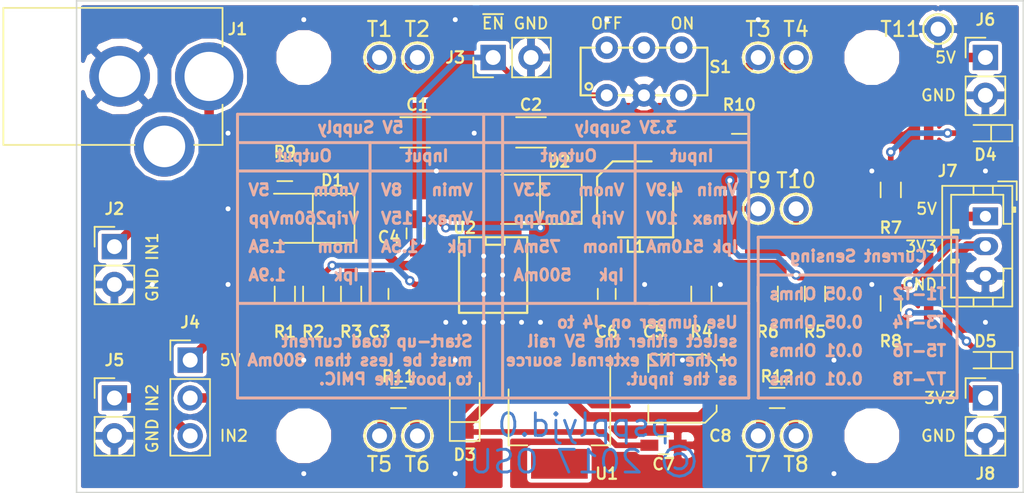
<source format=kicad_pcb>
(kicad_pcb (version 4) (host pcbnew 4.0.6)
  (title_block (title "pspplyjd.0 Board Layout") (date 2017-08-14) (rev 1) (company Tekbots))
  (layers (0 F.Cu signal) (31 B.Cu signal hide) (34 B.Paste user) (35 F.Paste user) (36 B.SilkS user hide) (37 F.SilkS user) (38 B.Mask user hide) (39 F.Mask user) (44 Edge.Cuts user))
  (net 0 "")
  (net 1 "Net-(C1-Pad1)")
  (net 2 GNDREF)
  (net 3 "Net-(C2-Pad1)")
  (net 4 "Net-(C3-Pad1)")
  (net 5 "Net-(C4-Pad1)")
  (net 6 "Net-(C4-Pad2)")
  (net 7 "Net-(C5-Pad1)")
  (net 8 "Net-(C5-Pad2)")
  (net 9 "Net-(C7-Pad1)")
  (net 10 "Net-(C8-Pad1)")
  (net 11 "Net-(D1-Pad2)")
  (net 12 "Net-(D3-Pad2)")
  (net 13 "Net-(D4-Pad2)")
  (net 14 "Net-(D5-Pad2)")
  (net 15 "Net-(J1-Pad1)")
  (net 16 "Net-(J1-Pad3)")
  (net 17 "Net-(J3-Pad1)")
  (net 18 /V_5)
  (net 19 "Net-(J4-Pad2)")
  (net 20 "Net-(J4-Pad3)")
  (net 21 /V_3.3)
  (net 22 "Net-(R5-Pad1)")
  (net 23 "Net-(S1-Pad3)")
  (net 24 "Net-(S1-Pad4)")
  (net 25 "Net-(S1-Pad5)")
  (net 26 "Net-(S1-Pad6)")
  (module DesignFootprintLib:Via_Hole_13mil_Dia_25mil_Tented (layer F.Cu) (at 127 124.46)
    (fp_text reference "" hide)
    (fp_text value Via_Hole_13mil_Dia_25mil_Tented hide)
    (pad 1 thru_hole circle (at 0 0) (size 0.635 0.635) (drill 0.3302) (layers *.Cu) (net 2 GNDREF))
  )
  (module DesignFootprintLib:Via_Hole_13mil_Dia_25mil_Tented (layer F.Cu) (at 157.48 124.46)
    (fp_text reference "" hide)
    (fp_text value Via_Hole_13mil_Dia_25mil_Tented hide)
    (pad 1 thru_hole circle (at 0 0) (size 0.635 0.635) (drill 0.3302) (layers *.Cu) (net 2 GNDREF))
  )
  (module DesignFootprintLib:Via_Hole_13mil_Dia_25mil_Tented (layer F.Cu) (at 147.32 124.46)
    (fp_text reference "" hide)
    (fp_text value Via_Hole_13mil_Dia_25mil_Tented hide)
    (pad 1 thru_hole circle (at 0 0) (size 0.635 0.635) (drill 0.3302) (layers *.Cu) (net 2 GNDREF))
  )
  (module DesignFootprintLib:Via_Hole_13mil_Dia_25mil_Tented (layer F.Cu) (at 162.56 154.94)
    (fp_text reference "" hide)
    (fp_text value Via_Hole_13mil_Dia_25mil_Tented hide)
    (pad 1 thru_hole circle (at 0 0) (size 0.635 0.635) (drill 0.3302) (layers *.Cu) (net 2 GNDREF))
  )
  (module DesignFootprintLib:Via_Hole_13mil_Dia_25mil_Tented (layer F.Cu) (at 127 154.94)
    (fp_text reference "" hide)
    (fp_text value Via_Hole_13mil_Dia_25mil_Tented hide)
    (pad 1 thru_hole circle (at 0 0) (size 0.635 0.635) (drill 0.3302) (layers *.Cu) (net 2 GNDREF))
  )
  (module DesignFootprintLib:Via_Hole_13mil_Dia_25mil_Tented (layer F.Cu) (at 137.16 124.46)
    (fp_text reference "" hide)
    (fp_text value Via_Hole_13mil_Dia_25mil_Tented hide)
    (pad 1 thru_hole circle (at 0 0) (size 0.635 0.635) (drill 0.3302) (layers *.Cu) (net 2 GNDREF))
  )
  (module DesignFootprintLib:Via_Hole_13mil_Dia_25mil_Tented (layer F.Cu) (at 127 147.32)
    (fp_text reference "" hide)
    (fp_text value Via_Hole_13mil_Dia_25mil_Tented hide)
    (pad 1 thru_hole circle (at 0 0) (size 0.635 0.635) (drill 0.3302) (layers *.Cu) (net 2 GNDREF))
  )
  (module DesignFootprintLib:Via_Hole_13mil_Dia_25mil_Tented (layer F.Cu) (at 121.92 132.08)
    (fp_text reference "" hide)
    (fp_text value Via_Hole_13mil_Dia_25mil_Tented hide)
    (pad 1 thru_hole circle (at 0 0) (size 0.635 0.635) (drill 0.3302) (layers *.Cu) (net 2 GNDREF))
  )
  (module DesignFootprintLib:Via_Hole_13mil_Dia_25mil_Tented (layer F.Cu) (at 138.43 132.08)
    (fp_text reference "" hide)
    (fp_text value Via_Hole_13mil_Dia_25mil_Tented hide)
    (pad 1 thru_hole circle (at 0 0) (size 0.635 0.635) (drill 0.3302) (layers *.Cu) (net 2 GNDREF))
  )
  (module DesignFootprintLib:LED_0603_HandSoldering (layer F.Cu) (at 172.72 147.32 180)
    (fp_text reference D5 (at 0 1.27 180) (layer F.SilkS) (effects (font (size 0.762 0.762))))
    (fp_text value LED)
    (pad 1 smd rect (at -1.1 0 180) (size 1.2 0.9) (layers F.Cu F.Paste F.Mask) (net 2 GNDREF))
    (pad 2 smd rect (at 1.1 0 180) (size 1.2 0.9) (layers F.Cu F.Paste F.Mask) (net 14 "Net-(D5-Pad2)"))
  )
  (module DesignFootprintLib:Via_Hole_13mil_Dia_25mil_Tented (layer F.Cu) (at 135.89 134.62)
    (fp_text reference "" hide)
    (fp_text value Via_Hole_13mil_Dia_25mil_Tented hide)
    (pad 1 thru_hole circle (at 0 0) (size 0.635 0.635) (drill 0.3302) (layers *.Cu) (net 2 GNDREF))
  )
  (module DesignFootprintLib:Via_Hole_13mil_Dia_25mil_Untented (layer F.Cu) (at 136.525 144.78)
    (fp_text reference "" hide)
    (fp_text value Via_Hole_13mil_Dia_25mil_Untented hide)
    (pad 1 thru_hole circle (at 0 0) (size 0.635 0.635) (drill 0.3302) (layers *.Cu *.Mask) (net 2 GNDREF))
  )
  (module DesignFootprintLib:Via_Hole_13mil_Dia_25mil_Untented (layer F.Cu) (at 142.875 144.78)
    (fp_text reference "" hide)
    (fp_text value Via_Hole_13mil_Dia_25mil_Untented hide)
    (pad 1 thru_hole circle (at 0 0) (size 0.635 0.635) (drill 0.3302) (layers *.Cu *.Mask) (net 2 GNDREF))
  )
  (module DesignFootprintLib:Via_Hole_13mil_Dia_25mil_Tented (layer F.Cu) (at 154.94 142.24)
    (fp_text reference "" hide)
    (fp_text value Via_Hole_13mil_Dia_25mil_Tented hide)
    (pad 1 thru_hole circle (at 0 0) (size 0.635 0.635) (drill 0.3302) (layers *.Cu) (net 2 GNDREF))
  )
  (module DesignFootprintLib:Via_Hole_13mil_Dia_25mil_Tented (layer F.Cu) (at 149.86 142.24)
    (fp_text reference "" hide)
    (fp_text value Via_Hole_13mil_Dia_25mil_Tented hide)
    (pad 1 thru_hole circle (at 0 0) (size 0.635 0.635) (drill 0.3302) (layers *.Cu) (net 2 GNDREF))
  )
  (module DesignFootprintLib:Via_Hole_13mil_Dia_25mil_Tented (layer F.Cu) (at 172.72 144.78)
    (fp_text reference "" hide)
    (fp_text value Via_Hole_13mil_Dia_25mil_Tented hide)
    (pad 1 thru_hole circle (at 0 0) (size 0.635 0.635) (drill 0.3302) (layers *.Cu) (net 2 GNDREF))
  )
  (module DesignFootprintLib:L_Sumida_4.9x4.9mm_diag (layer F.Cu) (at 149.225 136.525 90)
    (fp_text reference L1 (at -3.175 0 180) (layer F.SilkS) (effects (font (size 0.762 0.762))))
    (fp_text value 3.3uH)
    (pad 1 smd rect (at -2.2 -2.2 135) (size 2 2.2) (layers F.Cu F.Paste F.Mask) (net 5 "Net-(C4-Pad1)"))
    (pad 2 smd rect (at 2.2 2.2 135) (size 2 2.2) (layers F.Cu F.Paste F.Mask) (net 3 "Net-(C2-Pad1)"))
  )
  (module DesignFootprintLib:Via_Hole_13mil_Dia_25mil_Tented (layer F.Cu) (at 121.92 142.24)
    (fp_text reference "" hide)
    (fp_text value Via_Hole_13mil_Dia_25mil_Tented hide)
    (pad 1 thru_hole circle (at 0 0) (size 0.635 0.635) (drill 0.3302) (layers *.Cu) (net 2 GNDREF))
  )
  (module DesignFootprintLib:Via_Hole_13mil_Dia_25mil_Tented (layer F.Cu) (at 121.92 137.16)
    (fp_text reference "" hide)
    (fp_text value Via_Hole_13mil_Dia_25mil_Tented hide)
    (pad 1 thru_hole circle (at 0 0) (size 0.635 0.635) (drill 0.3302) (layers *.Cu) (net 2 GNDREF))
  )
  (module DesignFootprintLib:Via_Hole_13mil_Dia_25mil_Tented (layer F.Cu) (at 137.16 147.32)
    (fp_text reference "" hide)
    (fp_text value Via_Hole_13mil_Dia_25mil_Tented hide)
    (pad 1 thru_hole circle (at 0 0) (size 0.635 0.635) (drill 0.3302) (layers *.Cu) (net 2 GNDREF))
  )
  (module DesignFootprintLib:Via_Hole_13mil_Dia_25mil_Tented (layer F.Cu) (at 137.16 154.94)
    (fp_text reference "" hide)
    (fp_text value Via_Hole_13mil_Dia_25mil_Tented hide)
    (pad 1 thru_hole circle (at 0 0) (size 0.635 0.635) (drill 0.3302) (layers *.Cu) (net 2 GNDREF))
  )
  (module DesignFootprintLib:Via_Hole_13mil_Dia_25mil_Tented (layer F.Cu) (at 116.84 142.24)
    (fp_text reference "" hide)
    (fp_text value Via_Hole_13mil_Dia_25mil_Tented hide)
    (pad 1 thru_hole circle (at 0 0) (size 0.635 0.635) (drill 0.3302) (layers *.Cu) (net 2 GNDREF))
  )
  (module DesignFootprintLib:Via_Hole_13mil_Dia_25mil_Tented (layer F.Cu) (at 172.72 134.62)
    (fp_text reference "" hide)
    (fp_text value Via_Hole_13mil_Dia_25mil_Tented hide)
    (pad 1 thru_hole circle (at 0 0) (size 0.635 0.635) (drill 0.3302) (layers *.Cu) (net 2 GNDREF))
  )
  (module DesignFootprintLib:Via_Hole_13mil_Dia_25mil_Tented (layer F.Cu) (at 162.56 147.32)
    (fp_text reference "" hide)
    (fp_text value Via_Hole_13mil_Dia_25mil_Tented hide)
    (pad 1 thru_hole circle (at 0 0) (size 0.635 0.635) (drill 0.3302) (layers *.Cu) (net 2 GNDREF))
  )
  (module DesignFootprintLib:Via_Hole_13mil_Dia_25mil_Tented (layer F.Cu) (at 152.4 147.32)
    (fp_text reference "" hide)
    (fp_text value Via_Hole_13mil_Dia_25mil_Tented hide)
    (pad 1 thru_hole circle (at 0 0) (size 0.635 0.635) (drill 0.3302) (layers *.Cu) (net 2 GNDREF))
  )
  (module DesignFootprintLib:Via_Hole_13mil_Dia_25mil_Tented (layer F.Cu) (at 165.1 142.24)
    (fp_text reference "" hide)
    (fp_text value Via_Hole_13mil_Dia_25mil_Tented hide)
    (pad 1 thru_hole circle (at 0 0) (size 0.635 0.635) (drill 0.3302) (layers *.Cu) (net 2 GNDREF))
  )
  (module DesignFootprintLib:Via_Hole_13mil_Dia_25mil_Tented (layer F.Cu) (at 165.1 134.62)
    (fp_text reference "" hide)
    (fp_text value Via_Hole_13mil_Dia_25mil_Tented hide)
    (pad 1 thru_hole circle (at 0 0) (size 0.635 0.635) (drill 0.3302) (layers *.Cu) (net 2 GNDREF))
  )
  (module DesignFootprintLib:Via_Hole_13mil_Dia_25mil_Untented (layer F.Cu) (at 141.605 144.78)
    (fp_text reference "" hide)
    (fp_text value Via_Hole_13mil_Dia_25mil_Untented hide)
    (pad 1 thru_hole circle (at 0 0) (size 0.635 0.635) (drill 0.3302) (layers *.Cu *.Mask) (net 2 GNDREF))
  )
  (module DesignFootprintLib:Via_Hole_13mil_Dia_25mil_Untented (layer F.Cu) (at 140.335 144.78)
    (fp_text reference "" hide)
    (fp_text value Via_Hole_13mil_Dia_25mil_Untented hide)
    (pad 1 thru_hole circle (at 0 0) (size 0.635 0.635) (drill 0.3302) (layers *.Cu *.Mask) (net 2 GNDREF))
  )
  (module DesignFootprintLib:Via_Hole_13mil_Dia_25mil_Untented (layer F.Cu) (at 139.065 144.78)
    (fp_text reference "" hide)
    (fp_text value Via_Hole_13mil_Dia_25mil_Untented hide)
    (pad 1 thru_hole circle (at 0 0) (size 0.635 0.635) (drill 0.3302) (layers *.Cu *.Mask) (net 2 GNDREF))
  )
  (module DesignFootprintLib:Via_Hole_13mil_Dia_25mil_Untented (layer F.Cu) (at 137.795 144.78)
    (fp_text reference "" hide)
    (fp_text value Via_Hole_13mil_Dia_25mil_Untented hide)
    (pad 1 thru_hole circle (at 0 0) (size 0.635 0.635) (drill 0.3302) (layers *.Cu *.Mask) (net 2 GNDREF))
  )
  (module DesignFootprintLib:Via_Hole_13mil_Dia_25mil_Untented (layer F.Cu) (at 139.065 142.875)
    (fp_text reference "" hide)
    (fp_text value Via_Hole_13mil_Dia_25mil_Untented hide)
    (pad 1 thru_hole circle (at 0 0) (size 0.635 0.635) (drill 0.3302) (layers *.Cu *.Mask) (net 2 GNDREF))
  )
  (module DesignFootprintLib:Via_Hole_13mil_Dia_25mil_Untented (layer F.Cu) (at 140.335 142.875)
    (fp_text reference "" hide)
    (fp_text value Via_Hole_13mil_Dia_25mil_Untented hide)
    (pad 1 thru_hole circle (at 0 0) (size 0.635 0.635) (drill 0.3302) (layers *.Cu *.Mask) (net 2 GNDREF))
  )
  (module DesignFootprintLib:Via_Hole_13mil_Dia_25mil_Untented (layer F.Cu) (at 140.335 141.605)
    (fp_text reference "" hide)
    (fp_text value Via_Hole_13mil_Dia_25mil_Untented hide)
    (pad 1 thru_hole circle (at 0 0) (size 0.635 0.635) (drill 0.3302) (layers *.Cu *.Mask) (net 2 GNDREF))
  )
  (module DesignFootprintLib:Via_Hole_13mil_Dia_25mil_Untented (layer F.Cu) (at 139.065 141.605)
    (fp_text reference "" hide)
    (fp_text value Via_Hole_13mil_Dia_25mil_Untented hide)
    (pad 1 thru_hole circle (at 0 0) (size 0.635 0.635) (drill 0.3302) (layers *.Cu *.Mask) (net 2 GNDREF))
  )
  (module DesignFootprintLib:Via_Hole_13mil_Dia_25mil_Untented (layer F.Cu) (at 140.335 140.335)
    (fp_text reference "" hide)
    (fp_text value Via_Hole_13mil_Dia_25mil_Untented hide)
    (pad 1 thru_hole circle (at 0 0) (size 0.635 0.635) (drill 0.3302) (layers *.Cu *.Mask) (net 2 GNDREF))
  )
  (module DesignFootprintLib:SOIC-8-N (layer F.Cu) (at 139.7 141.605 270)
    (fp_text reference U2 (at -3.175 1.905 360) (layer F.SilkS) (effects (font (size 0.762 0.762))))
    (fp_text value TPS54232)
    (pad 8 smd rect (at -1.905 -3.175 270) (size 0.508 1.143) (layers F.Cu F.Paste F.Mask) (net 5 "Net-(C4-Pad1)"))
    (pad 7 smd rect (at -0.635 -3.175 270) (size 0.508 1.143) (layers F.Cu F.Paste F.Mask) (net 2 GNDREF))
    (pad 6 smd rect (at 0.635 -3.175 270) (size 0.508 1.143) (layers F.Cu F.Paste F.Mask) (net 7 "Net-(C5-Pad1)"))
    (pad 5 smd rect (at 1.905 -3.175 270) (size 0.508 1.143) (layers F.Cu F.Paste F.Mask) (net 22 "Net-(R5-Pad1)"))
    (pad 4 smd rect (at 1.905 3.175 270) (size 0.508 1.143) (layers F.Cu F.Paste F.Mask) (net 4 "Net-(C3-Pad1)"))
    (pad 3 smd rect (at 0.635 3.175 270) (size 0.508 1.143) (layers F.Cu F.Paste F.Mask) (net 17 "Net-(J3-Pad1)"))
    (pad 2 smd rect (at -0.635 3.175 270) (size 0.508 1.143) (layers F.Cu F.Paste F.Mask) (net 1 "Net-(C1-Pad1)"))
    (pad 1 smd rect (at -1.905 3.175 270) (size 0.508 1.143) (layers F.Cu F.Paste F.Mask) (net 6 "Net-(C4-Pad2)"))
  )
  (module DesignFootprintLib:C_0603_HandSoldering (layer F.Cu) (at 132.08 142.875 270)
    (fp_text reference C3 (at 2.54 0 360) (layer F.SilkS) (effects (font (size 0.762 0.762))))
    (fp_text value 0.015uF)
    (pad 1 smd rect (at -0.95 0 270) (size 1.2 0.75) (layers F.Cu F.Paste F.Mask) (net 4 "Net-(C3-Pad1)"))
    (pad 2 smd rect (at 0.95 0 270) (size 1.2 0.75) (layers F.Cu F.Paste F.Mask) (net 2 GNDREF))
  )
  (module DesignFootprintLib:C_0603_HandSoldering (layer F.Cu) (at 134.493 138.811 270)
    (fp_text reference C4 (at 0.254 1.778 360) (layer F.SilkS) (effects (font (size 0.762 0.762))))
    (fp_text value 0.1uF)
    (pad 1 smd rect (at -0.95 0 270) (size 1.2 0.75) (layers F.Cu F.Paste F.Mask) (net 5 "Net-(C4-Pad1)"))
    (pad 2 smd rect (at 0.95 0 270) (size 1.2 0.75) (layers F.Cu F.Paste F.Mask) (net 6 "Net-(C4-Pad2)"))
  )
  (module DesignFootprintLib:C_0603_HandSoldering (layer F.Cu) (at 150.495 144.145)
    (fp_text reference C5 (at 0 1.27) (layer F.SilkS) (effects (font (size 0.762 0.762))))
    (fp_text value 680pF)
    (pad 1 smd rect (at -0.95 0) (size 1.2 0.75) (layers F.Cu F.Paste F.Mask) (net 7 "Net-(C5-Pad1)"))
    (pad 2 smd rect (at 0.95 0) (size 1.2 0.75) (layers F.Cu F.Paste F.Mask) (net 8 "Net-(C5-Pad2)"))
  )
  (module DesignFootprintLib:C_0603_HandSoldering (layer F.Cu) (at 147.32 142.875 90)
    (fp_text reference C6 (at -2.54 0 180) (layer F.SilkS) (effects (font (size 0.762 0.762))))
    (fp_text value 47pF)
    (pad 1 smd rect (at -0.95 0 90) (size 1.2 0.75) (layers F.Cu F.Paste F.Mask) (net 7 "Net-(C5-Pad1)"))
    (pad 2 smd rect (at 0.95 0 90) (size 1.2 0.75) (layers F.Cu F.Paste F.Mask) (net 2 GNDREF))
  )
  (module DesignFootprintLib:C_0603_HandSoldering (layer F.Cu) (at 151.13 153.035)
    (fp_text reference C7 (at 0 1.27) (layer F.SilkS) (effects (font (size 0.762 0.762))))
    (fp_text value 0.1uF)
    (pad 1 smd rect (at -0.95 0) (size 1.2 0.75) (layers F.Cu F.Paste F.Mask) (net 9 "Net-(C7-Pad1)"))
    (pad 2 smd rect (at 0.95 0) (size 1.2 0.75) (layers F.Cu F.Paste F.Mask) (net 2 GNDREF))
  )
  (module DesignFootprintLib:CP_Elec_D4.0mm (layer F.Cu) (at 152.4 149.225 180)
    (fp_text reference C8 (at -2.54 -3.175 180) (layer F.SilkS) (effects (font (size 0.762 0.762))))
    (fp_text value 10uF)
    (fp_text user + (at -2.78 1.99 360) (layer F.SilkS))
    (pad 1 smd rect (at -1.8 0) (size 2.6 1.6) (layers F.Cu F.Paste F.Mask) (net 10 "Net-(C8-Pad1)"))
    (pad 2 smd rect (at 1.8 0) (size 2.6 1.6) (layers F.Cu F.Paste F.Mask) (net 2 GNDREF))
  )
  (module DesignFootprintLib:Pin_Header_Straight_1x02_Pitch2.54mm (layer F.Cu) (at 114.3 139.7)
    (fp_text reference J2 (at 0 -2.54) (layer F.SilkS) (effects (font (size 0.762 0.762))))
    (fp_text value CONN_01X02 hide)
    (pad 1 thru_hole rect (at 0 0) (size 1.7 1.7) (drill 1) (layers *.Cu *.Mask) (net 15 "Net-(J1-Pad1)"))
    (pad 2 thru_hole oval (at 0 2.54) (size 1.7 1.7) (drill 1) (layers *.Cu *.Mask) (net 2 GNDREF))
  )
  (module DesignFootprintLib:Pin_Header_Straight_1x02_Pitch2.54mm (layer F.Cu) (at 139.7 127 90)
    (fp_text reference J3 (at 0 -2.54 180) (layer F.SilkS) (effects (font (size 0.762 0.762))))
    (fp_text value CONN_01X02 hide)
    (pad 1 thru_hole rect (at 0 0 90) (size 1.7 1.7) (drill 1) (layers *.Cu *.Mask) (net 17 "Net-(J3-Pad1)"))
    (pad 2 thru_hole oval (at 0 2.54 90) (size 1.7 1.7) (drill 1) (layers *.Cu *.Mask) (net 2 GNDREF))
  )
  (module DesignFootprintLib:Pin_Header_Straight_1x03_Pitch2.54mm (layer F.Cu) (at 119.38 147.32)
    (fp_text reference J4 (at 0 -2.54) (layer F.SilkS) (effects (font (size 0.762 0.762))))
    (fp_text value CONN_01X03 hide)
    (pad 1 thru_hole rect (at 0 0) (size 1.7 1.7) (drill 1) (layers *.Cu *.Mask) (net 18 /V_5))
    (pad 2 thru_hole oval (at 0 2.54) (size 1.7 1.7) (drill 1) (layers *.Cu *.Mask) (net 19 "Net-(J4-Pad2)"))
    (pad 3 thru_hole oval (at 0 5.08) (size 1.7 1.7) (drill 1) (layers *.Cu *.Mask) (net 20 "Net-(J4-Pad3)"))
  )
  (module DesignFootprintLib:Pin_Header_Straight_1x02_Pitch2.54mm (layer F.Cu) (at 114.3 149.86)
    (fp_text reference J5 (at 0 -2.54) (layer F.SilkS) (effects (font (size 0.762 0.762))))
    (fp_text value CONN_01X02 hide)
    (pad 1 thru_hole rect (at 0 0) (size 1.7 1.7) (drill 1) (layers *.Cu *.Mask) (net 20 "Net-(J4-Pad3)"))
    (pad 2 thru_hole oval (at 0 2.54) (size 1.7 1.7) (drill 1) (layers *.Cu *.Mask) (net 2 GNDREF))
  )
  (module DesignFootprintLib:Pin_Header_Straight_1x02_Pitch2.54mm (layer F.Cu) (at 172.72 127)
    (fp_text reference J6 (at 0 -2.54) (layer F.SilkS) (effects (font (size 0.762 0.762))))
    (fp_text value CONN_01X02 hide)
    (pad 1 thru_hole rect (at 0 0) (size 1.7 1.7) (drill 1) (layers *.Cu *.Mask) (net 18 /V_5))
    (pad 2 thru_hole oval (at 0 2.54) (size 1.7 1.7) (drill 1) (layers *.Cu *.Mask) (net 2 GNDREF))
  )
  (module DesignFootprintLib:Pin_Header_Straight_1x02_Pitch2.54mm (layer F.Cu) (at 172.72 149.86)
    (fp_text reference J8 (at 0 5.08) (layer F.SilkS) (effects (font (size 0.762 0.762))))
    (fp_text value CONN_01X02 hide)
    (pad 1 thru_hole rect (at 0 0) (size 1.7 1.7) (drill 1) (layers *.Cu *.Mask) (net 21 /V_3.3))
    (pad 2 thru_hole oval (at 0 2.54) (size 1.7 1.7) (drill 1) (layers *.Cu *.Mask) (net 2 GNDREF))
  )
  (module DesignFootprintLib:SPDT_MHSS1104 (layer F.Cu) (at 147.32 129.54 90)
    (fp_text reference S1 (at 1.905 7.62 180) (layer F.SilkS) (effects (font (size 0.762 0.762))))
    (fp_text value SPDT hide)
    (pad 1 thru_hole circle (at 0 0 90) (size 1.524 1.524) (drill 0.8) (layers *.Cu *.Mask) (net 17 "Net-(J3-Pad1)"))
    (pad 2 thru_hole circle (at 0 2.5 90) (size 1.524 1.524) (drill 0.8) (layers *.Cu *.Mask) (net 2 GNDREF))
    (pad 3 thru_hole circle (at 0 5 90) (size 1.524 1.524) (drill 0.8) (layers *.Cu *.Mask) (net 23 "Net-(S1-Pad3)"))
    (pad 4 thru_hole circle (at 3.2 5 90) (size 1.524 1.524) (drill 0.8) (layers *.Cu *.Mask) (net 24 "Net-(S1-Pad4)"))
    (pad 5 thru_hole circle (at 3.2 2.5 90) (size 1.524 1.524) (drill 0.8) (layers *.Cu *.Mask) (net 25 "Net-(S1-Pad5)"))
    (pad 6 thru_hole circle (at 3.2 0 90) (size 1.524 1.524) (drill 0.8) (layers *.Cu *.Mask) (net 26 "Net-(S1-Pad6)"))
  )
  (module DesignFootprintLib:TESTPIN (layer F.Cu) (at 132.08 127)
    (fp_text reference T1 (at 0 -1.905) (layer F.SilkS))
    (fp_text value TEST hide)
    (pad 1 thru_hole oval (at 0 0) (size 1.7 1.7) (drill 1) (layers *.Cu *.Mask) (net 15 "Net-(J1-Pad1)"))
  )
  (module DesignFootprintLib:TESTPIN (layer F.Cu) (at 134.62 127)
    (fp_text reference T2 (at 0 -1.905) (layer F.SilkS))
    (fp_text value TEST hide)
    (pad 1 thru_hole oval (at 0 0) (size 1.7 1.7) (drill 1) (layers *.Cu *.Mask) (net 11 "Net-(D1-Pad2)"))
  )
  (module DesignFootprintLib:TESTPIN (layer F.Cu) (at 157.48 127)
    (fp_text reference T3 (at 0 -1.905) (layer F.SilkS))
    (fp_text value TEST hide)
    (pad 1 thru_hole oval (at 0 0) (size 1.7 1.7) (drill 1) (layers *.Cu *.Mask) (net 3 "Net-(C2-Pad1)"))
  )
  (module DesignFootprintLib:TESTPIN (layer F.Cu) (at 160.02 127)
    (fp_text reference T4 (at 0 -1.905) (layer F.SilkS))
    (fp_text value TEST hide)
    (pad 1 thru_hole oval (at 0 0) (size 1.7 1.7) (drill 1) (layers *.Cu *.Mask) (net 18 /V_5))
  )
  (module DesignFootprintLib:TESTPIN (layer F.Cu) (at 132.08 152.4)
    (fp_text reference T5 (at 0 1.905) (layer F.SilkS))
    (fp_text value TEST hide)
    (pad 1 thru_hole oval (at 0 0) (size 1.7 1.7) (drill 1) (layers *.Cu *.Mask) (net 19 "Net-(J4-Pad2)"))
  )
  (module DesignFootprintLib:TESTPIN (layer F.Cu) (at 134.62 152.4)
    (fp_text reference T6 (at 0 1.905) (layer F.SilkS))
    (fp_text value TEST hide)
    (pad 1 thru_hole oval (at 0 0) (size 1.7 1.7) (drill 1) (layers *.Cu *.Mask) (net 12 "Net-(D3-Pad2)"))
  )
  (module DesignFootprintLib:TESTPIN (layer F.Cu) (at 157.48 152.4)
    (fp_text reference T7 (at 0 1.905) (layer F.SilkS))
    (fp_text value TEST hide)
    (pad 1 thru_hole oval (at 0 0) (size 1.7 1.7) (drill 1) (layers *.Cu *.Mask) (net 10 "Net-(C8-Pad1)"))
  )
  (module DesignFootprintLib:TESTPIN (layer F.Cu) (at 160.02 152.4)
    (fp_text reference T8 (at 0 1.905) (layer F.SilkS))
    (fp_text value TEST hide)
    (pad 1 thru_hole oval (at 0 0) (size 1.7 1.7) (drill 1) (layers *.Cu *.Mask) (net 21 /V_3.3))
  )
  (module DesignFootprintLib:TESTPIN (layer F.Cu) (at 157.48 137.16)
    (fp_text reference T9 (at 0 -1.905) (layer F.SilkS))
    (fp_text value TEST hide)
    (pad 1 thru_hole oval (at 0 0) (size 1.7 1.7) (drill 1) (layers *.Cu *.Mask) (net 5 "Net-(C4-Pad1)"))
  )
  (module DesignFootprintLib:SOT-223 (layer F.Cu) (at 144.145 151.13 270)
    (fp_text reference U1 (at 3.81 -3.175 360) (layer F.SilkS) (effects (font (size 0.762 0.762))))
    (fp_text value LD1117S33TR)
    (pad 4 smd rect (at 3.15 0 270) (size 2 3.8) (layers F.Cu F.Paste F.Mask))
    (pad 2 smd rect (at -3.15 0 270) (size 2 1.5) (layers F.Cu F.Paste F.Mask) (net 10 "Net-(C8-Pad1)"))
    (pad 3 smd rect (at -3.15 2.3 270) (size 2 1.5) (layers F.Cu F.Paste F.Mask) (net 9 "Net-(C7-Pad1)"))
    (pad 1 smd rect (at -3.15 -2.3 270) (size 2 1.5) (layers F.Cu F.Paste F.Mask) (net 2 GNDREF))
  )
  (module DesignFootprintLib:MountingHole_0.125in (layer F.Cu) (at 127 127)
    (fp_text reference "" hide)
    (fp_text value MountingHole_0.125in hide)
    (pad "" np_thru_hole circle (at 0 0) (size 3.175 3.175) (drill 3.175) (layers *.Cu *.Mask))
  )
  (module DesignFootprintLib:MountingHole_0.125in (layer F.Cu) (at 127 152.4)
    (fp_text reference "" hide)
    (fp_text value MountingHole_0.125in hide)
    (pad "" np_thru_hole circle (at 0 0) (size 3.175 3.175) (drill 3.175) (layers *.Cu *.Mask))
  )
  (module DesignFootprintLib:MountingHole_0.125in (layer F.Cu) (at 165.1 127)
    (fp_text reference "" hide)
    (fp_text value MountingHole_0.125in hide)
    (pad "" np_thru_hole circle (at 0 0) (size 3.175 3.175) (drill 3.175) (layers *.Cu *.Mask))
  )
  (module DesignFootprintLib:MountingHole_0.125in (layer F.Cu) (at 165.1 152.4)
    (fp_text reference "" (at 0 -4.2) (layer F.SilkS))
    (fp_text value MountingHole_0.125in hide)
    (pad "" np_thru_hole circle (at 0 0) (size 3.175 3.175) (drill 3.175) (layers *.Cu *.Mask))
  )
  (module DesignFootprintLib:Via_Hole_13mil_Dia_25mil_Untented (layer F.Cu) (at 139.065 140.335)
    (fp_text reference "" hide)
    (fp_text value Via_Hole_13mil_Dia_25mil_Untented hide)
    (pad 1 thru_hole circle (at 0 0) (size 0.635 0.635) (drill 0.3302) (layers *.Cu *.Mask) (net 2 GNDREF))
  )
  (module DesignFootprintLib:Via_Hole_13mil_Dia_25mil_Tented (layer F.Cu) (at 160.02 134.62)
    (fp_text reference "" hide)
    (fp_text value Via_Hole_13mil_Dia_25mil_Tented hide)
    (pad 1 thru_hole circle (at 0 0) (size 0.635 0.635) (drill 0.3302) (layers *.Cu) (net 2 GNDREF))
  )
  (module DesignFootprintLib:TESTPIN (layer F.Cu) (at 160.02 137.16)
    (fp_text reference T10 (at 0 -1.905) (layer F.SilkS))
    (fp_text value TEST hide)
    (pad 1 thru_hole oval (at 0 0) (size 1.7 1.7) (drill 1) (layers *.Cu *.Mask) (net 22 "Net-(R5-Pad1)"))
  )
  (module DesignFootprintLib:TESTPIN (layer F.Cu) (at 169.545 125.095)
    (fp_text reference T11 (at -2.54 0) (layer F.SilkS))
    (fp_text value TEST hide)
    (pad 1 thru_hole oval (at 0 0) (size 1.7 1.7) (drill 1) (layers *.Cu *.Mask) (net 2 GNDREF))
  )
  (module DesignFootprintLib:D_SMA (layer F.Cu) (at 142.24 136.525 180)
    (fp_text reference D2 (at -1.905 2.54 180) (layer F.SilkS) (effects (font (size 0.762 0.762))))
    (fp_text value B220A)
    (pad 1 smd rect (at -2 0 180) (size 2.5 1.8) (layers F.Cu F.Paste F.Mask) (net 5 "Net-(C4-Pad1)"))
    (pad 2 smd rect (at 2 0 180) (size 2.5 1.8) (layers F.Cu F.Paste F.Mask) (net 2 GNDREF))
  )
  (module DesignFootprintLib:D_SMA (layer F.Cu) (at 127 137.795 180)
    (fp_text reference D1 (at -1.905 2.54 360) (layer F.SilkS) (effects (font (size 0.762 0.762))))
    (fp_text value B220A)
    (pad 1 smd rect (at -2 0 180) (size 2.5 1.8) (layers F.Cu F.Paste F.Mask) (net 1 "Net-(C1-Pad1)"))
    (pad 2 smd rect (at 2 0 180) (size 2.5 1.8) (layers F.Cu F.Paste F.Mask) (net 11 "Net-(D1-Pad2)"))
  )
  (module DesignFootprintLib:D_SOD-123 (layer F.Cu) (at 137.795 150.495 90)
    (fp_text reference D3 (at -3.175 0 180) (layer F.SilkS) (effects (font (size 0.762 0.762))))
    (fp_text value 1N5819)
    (pad 1 smd rect (at -1.65 0 90) (size 0.9 1.2) (layers F.Cu F.Paste F.Mask) (net 9 "Net-(C7-Pad1)"))
    (pad 2 smd rect (at 1.65 0 90) (size 0.9 1.2) (layers F.Cu F.Paste F.Mask) (net 12 "Net-(D3-Pad2)"))
  )
  (module DesignFootprintLib:R_0603_HandSoldering (layer F.Cu) (at 158.75 149.86)
    (fp_text reference R12 (at 0 -1.45) (layer F.SilkS) (effects (font (size 0.762 0.762))))
    (fp_text value 0.01)
    (pad 1 smd rect (at -1.1 0) (size 1.2 0.9) (layers F.Cu F.Paste F.Mask) (net 10 "Net-(C8-Pad1)"))
    (pad 2 smd rect (at 1.1 0) (size 1.2 0.9) (layers F.Cu F.Paste F.Mask) (net 21 /V_3.3))
  )
  (module DesignFootprintLib:R_0603_HandSoldering (layer F.Cu) (at 133.35 149.86)
    (fp_text reference R11 (at 0 -1.45) (layer F.SilkS) (effects (font (size 0.762 0.762))))
    (fp_text value 0.01)
    (pad 1 smd rect (at -1.1 0) (size 1.2 0.9) (layers F.Cu F.Paste F.Mask) (net 19 "Net-(J4-Pad2)"))
    (pad 2 smd rect (at 1.1 0) (size 1.2 0.9) (layers F.Cu F.Paste F.Mask) (net 12 "Net-(D3-Pad2)"))
  )
  (module DesignFootprintLib:R_0603_HandSoldering (layer F.Cu) (at 156.21 131.445)
    (fp_text reference R10 (at 0 -1.27) (layer F.SilkS) (effects (font (size 0.762 0.762))))
    (fp_text value 0.05)
    (pad 1 smd rect (at -1.1 0) (size 1.2 0.9) (layers F.Cu F.Paste F.Mask) (net 3 "Net-(C2-Pad1)"))
    (pad 2 smd rect (at 1.1 0) (size 1.2 0.9) (layers F.Cu F.Paste F.Mask) (net 18 /V_5))
  )
  (module DesignFootprintLib:R_0603_HandSoldering (layer F.Cu) (at 125.73 134.62)
    (fp_text reference R9 (at 0 -1.27) (layer F.SilkS) (effects (font (size 0.762 0.762))))
    (fp_text value 0.05)
    (pad 1 smd rect (at -1.1 0) (size 1.2 0.9) (layers F.Cu F.Paste F.Mask) (net 15 "Net-(J1-Pad1)"))
    (pad 2 smd rect (at 1.1 0) (size 1.2 0.9) (layers F.Cu F.Paste F.Mask) (net 11 "Net-(D1-Pad2)"))
  )
  (module DesignFootprintLib:R_0603_HandSoldering (layer F.Cu) (at 166.37 143.51 90)
    (fp_text reference R8 (at -2.54 0 180) (layer F.SilkS) (effects (font (size 0.762 0.762))))
    (fp_text value 560)
    (pad 1 smd rect (at -1.1 0 90) (size 1.2 0.9) (layers F.Cu F.Paste F.Mask) (net 14 "Net-(D5-Pad2)"))
    (pad 2 smd rect (at 1.1 0 90) (size 1.2 0.9) (layers F.Cu F.Paste F.Mask) (net 21 /V_3.3))
  )
  (module DesignFootprintLib:R_0603_HandSoldering (layer F.Cu) (at 166.37 135.89 270)
    (fp_text reference R7 (at 2.54 0 360) (layer F.SilkS) (effects (font (size 0.762 0.762))))
    (fp_text value 1.37k)
    (pad 1 smd rect (at -1.1 0 270) (size 1.2 0.9) (layers F.Cu F.Paste F.Mask) (net 13 "Net-(D4-Pad2)"))
    (pad 2 smd rect (at 1.1 0 270) (size 1.2 0.9) (layers F.Cu F.Paste F.Mask) (net 18 /V_5))
  )
  (module DesignFootprintLib:R_0603_HandSoldering (layer F.Cu) (at 158.115 142.875 270)
    (fp_text reference R6 (at 2.54 0 360) (layer F.SilkS) (effects (font (size 0.762 0.762))))
    (fp_text value 1.87k)
    (pad 1 smd rect (at -1.1 0 270) (size 1.2 0.9) (layers F.Cu F.Paste F.Mask) (net 2 GNDREF))
    (pad 2 smd rect (at 1.1 0 270) (size 1.2 0.9) (layers F.Cu F.Paste F.Mask) (net 22 "Net-(R5-Pad1)"))
  )
  (module DesignFootprintLib:R_0603_HandSoldering (layer F.Cu) (at 161.29 142.875 90)
    (fp_text reference R5 (at -2.54 0 180) (layer F.SilkS) (effects (font (size 0.762 0.762))))
    (fp_text value 10k)
    (pad 1 smd rect (at -1.1 0 90) (size 1.2 0.9) (layers F.Cu F.Paste F.Mask) (net 22 "Net-(R5-Pad1)"))
    (pad 2 smd rect (at 1.1 0 90) (size 1.2 0.9) (layers F.Cu F.Paste F.Mask) (net 3 "Net-(C2-Pad1)"))
  )
  (module DesignFootprintLib:R_0603_HandSoldering (layer F.Cu) (at 153.67 142.875 270)
    (fp_text reference R4 (at 2.54 0 360) (layer F.SilkS) (effects (font (size 0.762 0.762))))
    (fp_text value 17.4k)
    (pad 1 smd rect (at -1.1 0 270) (size 1.2 0.9) (layers F.Cu F.Paste F.Mask) (net 2 GNDREF))
    (pad 2 smd rect (at 1.1 0 270) (size 1.2 0.9) (layers F.Cu F.Paste F.Mask) (net 8 "Net-(C5-Pad2)"))
  )
  (module DesignFootprintLib:R_0603_HandSoldering (layer F.Cu) (at 130.175 142.875 90)
    (fp_text reference R3 (at -2.54 0 180) (layer F.SilkS) (effects (font (size 0.762 0.762))))
    (fp_text value Rss)
    (pad 1 smd rect (at -1.1 0 90) (size 1.2 0.9) (layers F.Cu F.Paste F.Mask) (net 2 GNDREF))
    (pad 2 smd rect (at 1.1 0 90) (size 1.2 0.9) (layers F.Cu F.Paste F.Mask) (net 4 "Net-(C3-Pad1)"))
  )
  (module DesignFootprintLib:R_0603_HandSoldering (layer F.Cu) (at 127.635 142.875 90)
    (fp_text reference R2 (at -2.54 0 180) (layer F.SilkS) (effects (font (size 0.762 0.762))))
    (fp_text value 48.7k)
    (pad 1 smd rect (at -1.1 0 90) (size 1.2 0.9) (layers F.Cu F.Paste F.Mask) (net 2 GNDREF))
    (pad 2 smd rect (at 1.1 0 90) (size 1.2 0.9) (layers F.Cu F.Paste F.Mask) (net 17 "Net-(J3-Pad1)"))
  )
  (module DesignFootprintLib:R_0603_HandSoldering (layer F.Cu) (at 125.73 142.875 270)
    (fp_text reference R1 (at 2.54 0 360) (layer F.SilkS) (effects (font (size 0.762 0.762))))
    (fp_text value 150k)
    (pad 1 smd rect (at -1.1 0 270) (size 1.2 0.9) (layers F.Cu F.Paste F.Mask) (net 17 "Net-(J3-Pad1)"))
    (pad 2 smd rect (at 1.1 0 270) (size 1.2 0.9) (layers F.Cu F.Paste F.Mask) (net 1 "Net-(C1-Pad1)"))
  )
  (module DesignFootprintLib:C_1206_HandSoldering (layer F.Cu) (at 134.4676 132.0292)
    (fp_text reference C1 (at 0.1524 -1.8542) (layer F.SilkS) (effects (font (size 0.762 0.762))))
    (fp_text value 10uF)
    (pad 1 smd rect (at -2 0) (size 2 1.6) (layers F.Cu F.Paste F.Mask) (net 1 "Net-(C1-Pad1)"))
    (pad 2 smd rect (at 2 0) (size 2 1.6) (layers F.Cu F.Paste F.Mask) (net 2 GNDREF))
  )
  (module DesignFootprintLib:C_1206_HandSoldering (layer F.Cu) (at 142.24 132.0292 180)
    (fp_text reference C2 (at 0 1.8542 180) (layer F.SilkS) (effects (font (size 0.762 0.762))))
    (fp_text value 10uF)
    (pad 1 smd rect (at -2 0 180) (size 2 1.6) (layers F.Cu F.Paste F.Mask) (net 3 "Net-(C2-Pad1)"))
    (pad 2 smd rect (at 2 0 180) (size 2 1.6) (layers F.Cu F.Paste F.Mask) (net 2 GNDREF))
  )
  (module DesignFootprintLib:LED_0603_HandSoldering (layer F.Cu) (at 172.72 132.08 180)
    (fp_text reference D4 (at 0 -1.45 180) (layer F.SilkS) (effects (font (size 0.762 0.762))))
    (fp_text value LED)
    (pad 1 smd rect (at -1.1 0 180) (size 1.2 0.9) (layers F.Cu F.Paste F.Mask) (net 2 GNDREF))
    (pad 2 smd rect (at 1.1 0 180) (size 1.2 0.9) (layers F.Cu F.Paste F.Mask) (net 13 "Net-(D4-Pad2)"))
  )
  (module DesignFootprintLib:JST_PH_B3B-PH-K_03x2.00mm_Straight (layer F.Cu) (at 172.72 137.668 270)
    (fp_text reference J7 (at -3.048 2.54 360) (layer F.SilkS) (effects (font (size 0.762 0.762))))
    (fp_text value CONN_01X03)
    (pad 1 thru_hole rect (at 0 0 270) (size 1.2 1.7) (drill 0.75) (layers *.Cu *.Mask) (net 18 /V_5))
    (pad 2 thru_hole oval (at 2 0 270) (size 1.2 1.7) (drill 0.75) (layers *.Cu *.Mask) (net 21 /V_3.3))
    (pad 3 thru_hole oval (at 4 0 270) (size 1.2 1.7) (drill 0.75) (layers *.Cu *.Mask) (net 2 GNDREF))
  )
  (module DesignFootprintLib:BARREL_JACK (layer F.Cu) (at 120.65 128.27)
    (fp_text reference J1 (at 1.905 -3.175) (layer F.SilkS) (effects (font (size 0.762 0.762))))
    (fp_text value BARREL_JACK)
    (pad 1 thru_hole circle (at 0 0) (size 4.572 4.572) (drill 3.302) (layers *.Cu *.Mask) (net 15 "Net-(J1-Pad1)"))
    (pad 2 thru_hole circle (at -6 0) (size 4.064 4.064) (drill 2.794) (layers *.Cu *.Mask) (net 2 GNDREF))
    (pad 3 thru_hole circle (at -3 4.7) (size 4.064 4.064) (drill 2.794) (layers *.Cu *.Mask Dwgs.User) (net 16 "Net-(J1-Pad3)"))
  )
  (gr_line (start 157.48 141.605) (end 170.815 141.605) (angle 90) (layer B.SilkS) (width 0.2))
  (gr_text "Current Sensing" (at 168.91 140.335) (layer B.SilkS) (effects (font (size 0.762 0.762) (thickness 0.1905)) (justify left mirror)))
  (gr_line (start 157.48 149.86) (end 157.48 139.065) (angle 90) (layer B.SilkS) (width 0.2))
  (gr_line (start 170.815 149.86) (end 157.48 149.86) (angle 90) (layer B.SilkS) (width 0.2))
  (gr_line (start 170.815 139.065) (end 170.815 149.86) (angle 90) (layer B.SilkS) (width 0.2))
  (gr_line (start 157.48 139.065) (end 170.815 139.065) (angle 90) (layer B.SilkS) (width 0.2))
  (gr_line (start 156.845 149.86) (end 156.845 144.145) (angle 90) (layer B.SilkS) (width 0.2))
  (gr_line (start 140.335 149.86) (end 156.845 149.86) (angle 90) (layer B.SilkS) (width 0.2))
  (gr_line (start 140.335 149.86) (end 139.065 149.86) (angle 90) (layer B.SilkS) (width 0.2))
  (gr_line (start 140.335 144.145) (end 140.335 149.86) (angle 90) (layer B.SilkS) (width 0.2))
  (gr_line (start 122.555 149.86) (end 122.555 144.145) (angle 90) (layer B.SilkS) (width 0.2))
  (gr_line (start 139.065 149.86) (end 122.555 149.86) (angle 90) (layer B.SilkS) (width 0.2))
  (gr_line (start 139.065 144.145) (end 139.065 149.86) (angle 90) (layer B.SilkS) (width 0.2))
  (gr_text "as the input." (at 156.21 148.59) (layer B.SilkS) (effects (font (size 0.762 0.762) (thickness 0.1905)) (justify left mirror)))
  (gr_text "or the IN2 external source" (at 156.21 147.32) (layer B.SilkS) (effects (font (size 0.762 0.762) (thickness 0.1905)) (justify left mirror)))
  (gr_text "select either the 5V rail" (at 156.21 146.05) (layer B.SilkS) (effects (font (size 0.762 0.762) (thickness 0.1905)) (justify left mirror)))
  (gr_text "Use jumper on J4 to " (at 156.21 144.78) (layer B.SilkS) (effects (font (size 0.762 0.762) (thickness 0.1905)) (justify left mirror)))
  (gr_text "to boot the PMIC." (at 138.43 148.59) (layer B.SilkS) (effects (font (size 0.762 0.762) (thickness 0.1905)) (justify left mirror)))
  (gr_text "must be less than 800mA" (at 138.43 147.32) (layer B.SilkS) (effects (font (size 0.762 0.762) (thickness 0.1905)) (justify left mirror)))
  (gr_text "Start-up load current \n" (at 138.43 146.05) (layer B.SilkS) (effects (font (size 0.762 0.762) (thickness 0.1905)) (justify left mirror)))
  (gr_line (start 140.335 130.81) (end 140.335 144.145) (angle 90) (layer B.SilkS) (width 0.2))
  (gr_line (start 139.065 130.81) (end 139.065 144.145) (angle 90) (layer B.SilkS) (width 0.2))
  (gr_line (start 156.845 130.81) (end 156.845 144.145) (angle 90) (layer B.SilkS) (width 0.2))
  (gr_line (start 122.555 130.81) (end 122.555 144.145) (angle 90) (layer B.SilkS) (width 0.2))
  (gr_text T5-T6 (at 170.18 146.685) (layer B.SilkS) (effects (font (size 0.762 0.762) (thickness 0.1905)) (justify left mirror)))
  (gr_text T7-T8 (at 170.18 148.59) (layer B.SilkS) (effects (font (size 0.762 0.762) (thickness 0.1905)) (justify left mirror)))
  (gr_text "0.01 Ohms" (at 158.115 148.59) (layer B.SilkS) (effects (font (size 0.762 0.762) (thickness 0.1905)) (justify right mirror)))
  (gr_text "0.01 Ohms" (at 158.115 146.685) (layer B.SilkS) (effects (font (size 0.762 0.762) (thickness 0.1905)) (justify right mirror)))
  (gr_text T3-T4 (at 170.18 144.78) (layer B.SilkS) (effects (font (size 0.762 0.762) (thickness 0.1905)) (justify left mirror)))
  (gr_text T1-T2 (at 170.18 142.875) (layer B.SilkS) (effects (font (size 0.762 0.762) (thickness 0.1905)) (justify left mirror)))
  (gr_text "0.05 Ohms" (at 158.115 142.875) (layer B.SilkS) (effects (font (size 0.762 0.762) (thickness 0.1905)) (justify right mirror)))
  (gr_text "0.05 Ohms" (at 158.115 144.78) (layer B.SilkS) (effects (font (size 0.762 0.762) (thickness 0.1905)) (justify right mirror)))
  (gr_line (start 149.225 132.715) (end 149.225 143.51) (angle 90) (layer B.SilkS) (width 0.2))
  (gr_line (start 131.445 132.715) (end 131.445 143.51) (angle 90) (layer B.SilkS) (width 0.2))
  (gr_line (start 122.555 143.51) (end 156.845 143.51) (angle 90) (layer B.SilkS) (width 0.2))
  (gr_text 1.9A (at 123.19 141.605) (layer B.SilkS) (effects (font (size 0.762 0.762) (thickness 0.1905)) (justify right mirror)))
  (gr_text 1.5A (at 123.19 139.7) (layer B.SilkS) (effects (font (size 0.762 0.762) (thickness 0.1905)) (justify right mirror)))
  (gr_text 260mVpp (at 123.19 137.795) (layer B.SilkS) (effects (font (size 0.762 0.762) (thickness 0.1905)) (justify right mirror)))
  (gr_text 5V (at 123.19 135.89) (layer B.SilkS) (effects (font (size 0.762 0.762) (thickness 0.1905)) (justify right mirror)))
  (gr_line (start 122.555 134.62) (end 156.845 134.62) (angle 90) (layer B.SilkS) (width 0.2))
  (gr_line (start 122.555 132.715) (end 156.845 132.715) (angle 90) (layer B.SilkS) (width 0.2))
  (gr_line (start 122.555 130.81) (end 156.845 130.81) (angle 90) (layer B.SilkS) (width 0.2))
  (gr_text Inom (at 130.81 139.7) (layer B.SilkS) (effects (font (size 0.762 0.762) (thickness 0.1905)) (justify left mirror)))
  (gr_text Ipk (at 130.81 141.605) (layer B.SilkS) (effects (font (size 0.762 0.762) (thickness 0.1905)) (justify left mirror)))
  (gr_text Vrip (at 130.81 137.795) (layer B.SilkS) (effects (font (size 0.762 0.762) (thickness 0.1905)) (justify left mirror)))
  (gr_text Vnom (at 130.81 135.89) (layer B.SilkS) (effects (font (size 0.762 0.762) (thickness 0.1905)) (justify left mirror)))
  (gr_text 1.5A (at 132.08 139.7) (layer B.SilkS) (effects (font (size 0.762 0.762) (thickness 0.1905)) (justify right mirror)))
  (gr_text 15V (at 132.08 137.795) (layer B.SilkS) (effects (font (size 0.762 0.762) (thickness 0.1905)) (justify right mirror)))
  (gr_text 8V (at 132.08 135.89) (layer B.SilkS) (effects (font (size 0.762 0.762) (thickness 0.1905)) (justify right mirror)))
  (gr_text Ipk (at 156.21 139.7) (layer B.SilkS) (effects (font (size 0.762 0.762) (thickness 0.1905)) (justify left mirror)))
  (gr_text Vmax (at 156.21 137.795) (layer B.SilkS) (effects (font (size 0.762 0.762) (thickness 0.1905)) (justify left mirror)))
  (gr_text Vmin (at 156.21 135.89) (layer B.SilkS) (effects (font (size 0.762 0.762) (thickness 0.1905)) (justify left mirror)))
  (gr_text 500mA (at 140.97 141.605) (layer B.SilkS) (effects (font (size 0.762 0.762) (thickness 0.1905)) (justify right mirror)))
  (gr_text Ipk (at 148.59 141.605) (layer B.SilkS) (effects (font (size 0.762 0.762) (thickness 0.1905)) (justify left mirror)))
  (gr_text 75mA (at 140.97 139.7) (layer B.SilkS) (effects (font (size 0.762 0.762) (thickness 0.1905)) (justify right mirror)))
  (gr_text Inom (at 148.59 139.7) (layer B.SilkS) (effects (font (size 0.762 0.762) (thickness 0.1905)) (justify left mirror)))
  (gr_text 510mA (at 149.86 139.7) (layer B.SilkS) (effects (font (size 0.762 0.762) (thickness 0.1905)) (justify right mirror)))
  (gr_text Ipk (at 138.43 139.7) (layer B.SilkS) (effects (font (size 0.762 0.762) (thickness 0.1905)) (justify left mirror)))
  (gr_text 10V (at 149.86 137.795) (layer B.SilkS) (effects (font (size 0.762 0.762) (thickness 0.1905)) (justify right mirror)))
  (gr_text 4.9V (at 149.86 135.89) (layer B.SilkS) (effects (font (size 0.762 0.762) (thickness 0.1905)) (justify right mirror)))
  (gr_text Vmax (at 138.43 137.795) (layer B.SilkS) (effects (font (size 0.762 0.762) (thickness 0.1905)) (justify left mirror)))
  (gr_text Vmin (at 138.43 135.89) (layer B.SilkS) (effects (font (size 0.762 0.762) (thickness 0.1905)) (justify left mirror)))
  (gr_text 30mVpp (at 140.97 137.795) (layer B.SilkS) (effects (font (size 0.762 0.762) (thickness 0.1905)) (justify right mirror)))
  (gr_text 3.3V (at 140.97 135.89) (layer B.SilkS) (effects (font (size 0.762 0.762) (thickness 0.1905)) (justify right mirror)))
  (gr_text Vnom (at 148.59 135.89) (layer B.SilkS) (effects (font (size 0.762 0.762) (thickness 0.1905)) (justify left mirror)))
  (gr_text Vrip (at 148.59 137.795) (layer B.SilkS) (effects (font (size 0.762 0.762) (thickness 0.1905)) (justify left mirror)))
  (gr_text Output (at 144.78 133.604) (layer B.SilkS) (effects (font (size 0.762 0.762) (thickness 0.1905)) (justify mirror)))
  (gr_text Input (at 153.035 133.604) (layer B.SilkS) (effects (font (size 0.762 0.762) (thickness 0.1905)) (justify mirror)))
  (gr_text "3.3V Supply" (at 148.59 131.699) (layer B.SilkS) (effects (font (size 0.762 0.762) (thickness 0.1905)) (justify mirror)))
  (gr_text Input (at 135.255 133.604) (layer B.SilkS) (effects (font (size 0.762 0.762) (thickness 0.1905)) (justify mirror)))
  (gr_text Output (at 127 133.604) (layer B.SilkS) (effects (font (size 0.762 0.762) (thickness 0.1905)) (justify mirror)))
  (gr_text "5V Supply" (at 130.81 131.699) (layer B.SilkS) (effects (font (size 0.762 0.762) (thickness 0.1905)) (justify mirror)))
  (gr_text "pspplyjd.0\n© 2017 OSU" (at 145.796 152.908) (layer B.Cu) (effects (font (thickness 0.1905)) (justify mirror)))
  (gr_text OFF (at 147.32 124.714) (layer F.SilkS) (effects (font (size 0.762 0.762) (thickness 0.127))))
  (gr_text ON (at 152.4 124.714) (layer F.SilkS) (effects (font (size 0.762 0.762) (thickness 0.127))))
  (gr_text IN2 (at 121.285 152.4) (layer F.SilkS) (effects (font (size 0.762 0.762) (thickness 0.127)) (justify left)))
  (gr_text 5V (at 121.285 147.32) (layer F.SilkS) (effects (font (size 0.762 0.762) (thickness 0.127)) (justify left)))
  (gr_text GND (at 169.545 142.24) (layer F.SilkS) (effects (font (size 0.762 0.762) (thickness 0.127)) (justify right)))
  (gr_text 5V (at 170.815 127) (layer F.SilkS) (effects (font (size 0.762 0.762) (thickness 0.127)) (justify right)))
  (gr_text 5V (at 169.545 137.16) (layer F.SilkS) (effects (font (size 0.762 0.762) (thickness 0.127)) (justify right)))
  (gr_text GND (at 170.815 129.54) (layer F.SilkS) (effects (font (size 0.762 0.762) (thickness 0.127)) (justify right)))
  (gr_text 3V3 (at 169.545 139.7) (layer F.SilkS) (effects (font (size 0.762 0.762) (thickness 0.127)) (justify right)))
  (gr_text 3V3 (at 170.815 149.86) (layer F.SilkS) (effects (font (size 0.762 0.762) (thickness 0.127)) (justify right)))
  (gr_text GND (at 170.815 152.4) (layer F.SilkS) (effects (font (size 0.762 0.762) (thickness 0.127)) (justify right)))
  (gr_text GND (at 142.24 124.714) (layer F.SilkS) (effects (font (size 0.762 0.762) (thickness 0.127))))
  (gr_text ~EN (at 139.7 124.714) (layer F.SilkS) (effects (font (size 0.762 0.762) (thickness 0.127))))
  (gr_text IN1 (at 116.84 139.7 90) (layer F.SilkS) (effects (font (size 0.762 0.762) (thickness 0.127))))
  (gr_text IN2 (at 116.84 149.86 90) (layer F.SilkS) (effects (font (size 0.762 0.762) (thickness 0.127))))
  (gr_text GND (at 116.84 152.4 90) (layer F.SilkS) (effects (font (size 0.762 0.762) (thickness 0.127))))
  (gr_text GND (at 116.84 142.24 90) (layer F.SilkS) (effects (font (size 0.762 0.762) (thickness 0.127))))
  (gr_line (start 175.26 123.19) (end 175.26 156.21) (angle 90) (layer Edge.Cuts) (width 0.1))
  (gr_line (start 111.76 123.19) (end 111.76 156.21) (angle 90) (layer Edge.Cuts) (width 0.1))
  (gr_line (start 111.76 156.21) (end 175.26 156.21) (angle 90) (layer Edge.Cuts) (width 0.1))
  (gr_line (start 111.76 123.19) (end 175.26 123.19) (angle 90) (layer Edge.Cuts) (width 0.1))
  (segment (start 129 137.795) (end 129 138.335) (width 0.381) (layer F.Cu) (net 1))
  (segment (start 129 138.335) (end 127 140.335) (width 0.381) (layer F.Cu) (net 1))
  (segment (start 124.46 142.705) (end 125.73 143.975) (width 0.381) (layer F.Cu) (net 1))
  (segment (start 124.46 140.97) (end 124.46 142.705) (width 0.381) (layer F.Cu) (net 1))
  (segment (start 125.095 140.335) (end 124.46 140.97) (width 0.381) (layer F.Cu) (net 1))
  (segment (start 127 140.335) (end 125.095 140.335) (width 0.381) (layer F.Cu) (net 1))
  (segment (start 129 137.795) (end 130.175 137.795) (width 0.635) (layer F.Cu) (net 1))
  (segment (start 130.175 137.795) (end 133.35 140.97) (width 0.635) (layer F.Cu) (net 1))
  (segment (start 133.35 140.97) (end 136.525 140.97) (width 0.635) (layer F.Cu) (net 1))
  (segment (start 129 137.795) (end 129 135.4968) (width 0.635) (layer F.Cu) (net 1))
  (segment (start 129 135.4968) (end 132.4676 132.0292) (width 0.635) (layer F.Cu) (net 1))
  (segment (start 125.73 143.975) (end 125.73 143.51) (width 0.381) (layer F.Cu) (net 1))
  (segment (start 131.93 143.975) (end 132.08 143.825) (width 0.381) (layer F.Cu) (net 2))
  (segment (start 155.11 131.445) (end 155.11 134.79) (width 0.381) (layer F.Cu) (net 3))
  (segment (start 160.19 141.775) (end 161.29 141.775) (width 0.381) (layer F.Cu) (net 3))
  (segment (start 160.02 141.605) (end 160.19 141.775) (width 0.381) (layer F.Cu) (net 3))
  (via (at 160.02 141.605) (size 0.635) (drill 0.3302) (layers F.Cu B.Cu) (net 3))
  (segment (start 158.75 140.335) (end 160.02 141.605) (width 0.381) (layer B.Cu) (net 3))
  (segment (start 156.21 140.335) (end 158.75 140.335) (width 0.381) (layer B.Cu) (net 3))
  (segment (start 155.575 139.7) (end 156.21 140.335) (width 0.381) (layer B.Cu) (net 3))
  (segment (start 155.575 135.255) (end 155.575 139.7) (width 0.381) (layer B.Cu) (net 3))
  (via (at 155.575 135.255) (size 0.635) (drill 0.3302) (layers F.Cu B.Cu) (net 3))
  (segment (start 155.11 134.79) (end 155.575 135.255) (width 0.381) (layer F.Cu) (net 3))
  (segment (start 155.11 131.445) (end 155.11 129.37) (width 0.635) (layer F.Cu) (net 3))
  (segment (start 155.11 129.37) (end 157.48 127) (width 0.635) (layer F.Cu) (net 3))
  (segment (start 152.4 133.89) (end 151.67 133.89) (width 0.381) (layer F.Cu) (net 3))
  (segment (start 136.525 143.51) (end 133.665 143.51) (width 0.381) (layer F.Cu) (net 4))
  (segment (start 133.665 143.51) (end 132.08 141.925) (width 0.381) (layer F.Cu) (net 4))
  (segment (start 132.08 141.925) (end 130.325 141.925) (width 0.381) (layer F.Cu) (net 4))
  (segment (start 130.325 141.925) (end 130.175 141.775) (width 0.381) (layer F.Cu) (net 4))
  (segment (start 157.48 137.16) (end 148.59 137.16) (width 0.381) (layer F.Cu) (net 5))
  (segment (start 148.59 137.16) (end 147.025 138.725) (width 0.381) (layer F.Cu) (net 5))
  (segment (start 147 139.7) (end 147.32 139.38) (width 0.381) (layer F.Cu) (net 5))
  (segment (start 134.493 137.861) (end 135.956 137.861) (width 0.381) (layer F.Cu) (net 5))
  (via (at 142.875 138.43) (size 0.635) (drill 0.3302) (layers F.Cu B.Cu) (net 5))
  (segment (start 136.525 138.43) (end 142.875 138.43) (width 0.381) (layer B.Cu) (net 5))
  (via (at 136.525 138.43) (size 0.635) (drill 0.3302) (layers F.Cu B.Cu) (net 5))
  (segment (start 135.956 137.861) (end 136.525 138.43) (width 0.381) (layer F.Cu) (net 5))
  (segment (start 134.493 139.761) (end 136.464 139.761) (width 0.381) (layer F.Cu) (net 6))
  (segment (start 136.464 139.761) (end 136.525 139.7) (width 0.381) (layer F.Cu) (net 6))
  (segment (start 142.875 142.24) (end 144.272 142.24) (width 0.381) (layer F.Cu) (net 7))
  (segment (start 145.542 143.51) (end 147.005 143.51) (width 0.381) (layer F.Cu) (net 7))
  (segment (start 144.272 142.24) (end 145.542 143.51) (width 0.381) (layer F.Cu) (net 7))
  (segment (start 147.005 143.51) (end 147.32 143.825) (width 0.381) (layer F.Cu) (net 7))
  (segment (start 147.32 143.825) (end 149.225 143.825) (width 0.381) (layer F.Cu) (net 7))
  (segment (start 149.225 143.825) (end 149.545 144.145) (width 0.381) (layer F.Cu) (net 7))
  (segment (start 153.67 143.975) (end 151.615 143.975) (width 0.381) (layer F.Cu) (net 8))
  (segment (start 151.615 143.975) (end 151.445 144.145) (width 0.381) (layer F.Cu) (net 8))
  (segment (start 150.18 153.035) (end 147.955 153.035) (width 0.381) (layer F.Cu) (net 9))
  (segment (start 147.065 152.145) (end 137.795 152.145) (width 0.381) (layer F.Cu) (net 9))
  (segment (start 147.955 153.035) (end 147.065 152.145) (width 0.381) (layer F.Cu) (net 9))
  (segment (start 137.795 152.145) (end 137.795 151.765) (width 0.635) (layer F.Cu) (net 9))
  (segment (start 137.795 151.765) (end 141.58 147.98) (width 0.635) (layer F.Cu) (net 9))
  (segment (start 141.58 147.98) (end 141.845 147.98) (width 0.635) (layer F.Cu) (net 9))
  (segment (start 157.65 149.86) (end 154.835 149.86) (width 0.635) (layer F.Cu) (net 10))
  (segment (start 154.835 149.86) (end 153.565 151.13) (width 0.635) (layer F.Cu) (net 10))
  (segment (start 144.145 149.225) (end 144.145 147.98) (width 0.635) (layer F.Cu) (net 10))
  (segment (start 146.05 151.13) (end 144.145 149.225) (width 0.635) (layer F.Cu) (net 10))
  (segment (start 153.565 151.13) (end 146.05 151.13) (width 0.635) (layer F.Cu) (net 10))
  (segment (start 157.65 149.86) (end 157.65 152.23) (width 0.635) (layer F.Cu) (net 10))
  (segment (start 157.65 152.23) (end 157.48 152.4) (width 0.635) (layer F.Cu) (net 10))
  (segment (start 126.83 134.62) (end 127 134.62) (width 0.635) (layer F.Cu) (net 11))
  (segment (start 127 134.62) (end 134.62 127) (width 0.635) (layer F.Cu) (net 11))
  (segment (start 126.83 134.62) (end 126.83 135.965) (width 0.635) (layer F.Cu) (net 11))
  (segment (start 126.83 135.965) (end 125 137.795) (width 0.635) (layer F.Cu) (net 11))
  (segment (start 127 134.45) (end 126.83 134.62) (width 0.635) (layer F.Cu) (net 11))
  (segment (start 134.45 149.86) (end 136.78 149.86) (width 0.635) (layer F.Cu) (net 12))
  (segment (start 136.78 149.86) (end 137.795 148.845) (width 0.635) (layer F.Cu) (net 12))
  (segment (start 134.45 149.86) (end 134.45 152.23) (width 0.635) (layer F.Cu) (net 12))
  (segment (start 134.45 152.23) (end 134.62 152.4) (width 0.635) (layer F.Cu) (net 12))
  (segment (start 171.92 132.08) (end 170.18 132.08) (width 0.381) (layer F.Cu) (net 13))
  (segment (start 166.37 133.35) (end 166.37 134.79) (width 0.381) (layer F.Cu) (net 13))
  (via (at 166.37 133.35) (size 0.635) (drill 0.3302) (layers F.Cu B.Cu) (net 13))
  (segment (start 167.64 132.08) (end 166.37 133.35) (width 0.381) (layer B.Cu) (net 13))
  (segment (start 170.18 132.08) (end 167.64 132.08) (width 0.381) (layer B.Cu) (net 13))
  (via (at 170.18 132.08) (size 0.635) (drill 0.3302) (layers F.Cu B.Cu) (net 13))
  (segment (start 166.37 134.79) (end 166.37 134.62) (width 0.381) (layer F.Cu) (net 13))
  (segment (start 171.92 147.32) (end 171.92 146.52) (width 0.381) (layer F.Cu) (net 14))
  (segment (start 167.175 144.61) (end 166.37 144.61) (width 0.381) (layer F.Cu) (net 14))
  (segment (start 167.64 144.145) (end 167.175 144.61) (width 0.381) (layer F.Cu) (net 14))
  (via (at 167.64 144.145) (size 0.635) (drill 0.3302) (layers F.Cu B.Cu) (net 14))
  (segment (start 169.545 144.145) (end 167.64 144.145) (width 0.381) (layer B.Cu) (net 14))
  (segment (start 171.45 146.05) (end 169.545 144.145) (width 0.381) (layer B.Cu) (net 14))
  (via (at 171.45 146.05) (size 0.635) (drill 0.3302) (layers F.Cu B.Cu) (net 14))
  (segment (start 171.92 146.52) (end 171.45 146.05) (width 0.381) (layer F.Cu) (net 14))
  (segment (start 124.63 134.62) (end 124.63 134.45) (width 0.635) (layer F.Cu) (net 15))
  (segment (start 124.63 134.45) (end 132.08 127) (width 0.635) (layer F.Cu) (net 15))
  (segment (start 124.63 134.62) (end 120.65 134.62) (width 0.635) (layer F.Cu) (net 15))
  (segment (start 124.46 134.45) (end 124.63 134.62) (width 0.635) (layer F.Cu) (net 15))
  (segment (start 120.65 128.27) (end 120.65 134.62) (width 0.635) (layer F.Cu) (net 15))
  (segment (start 120.65 134.62) (end 119.38 135.89) (width 0.635) (layer F.Cu) (net 15))
  (segment (start 118.11 135.89) (end 119.38 135.89) (width 0.635) (layer F.Cu) (net 15))
  (segment (start 114.3 139.7) (end 118.11 135.89) (width 0.635) (layer F.Cu) (net 15))
  (segment (start 139.7 127) (end 137.414 127) (width 0.381) (layer B.Cu) (net 17))
  (segment (start 134.747 139.319) (end 133.096 140.97) (width 0.381) (layer B.Cu) (net 17))
  (segment (start 134.747 129.667) (end 134.747 139.319) (width 0.381) (layer B.Cu) (net 17))
  (segment (start 137.414 127) (end 134.747 129.667) (width 0.381) (layer B.Cu) (net 17))
  (segment (start 134.112 141.986) (end 133.096 140.97) (width 0.381) (layer B.Cu) (net 17))
  (via (at 134.112 141.986) (size 0.635) (drill 0.3302) (layers F.Cu B.Cu) (net 17))
  (segment (start 134.165998 141.986) (end 134.112 141.986) (width 0.381) (layer F.Cu) (net 17))
  (segment (start 133.096 140.97) (end 128.905 140.97) (width 0.381) (layer B.Cu) (net 17))
  (segment (start 136.525 142.24) (end 134.419998 142.24) (width 0.381) (layer F.Cu) (net 17))
  (segment (start 134.419998 142.24) (end 134.165998 141.986) (width 0.381) (layer F.Cu) (net 17))
  (segment (start 128.1 141.775) (end 127.635 141.775) (width 0.381) (layer F.Cu) (net 17))
  (segment (start 128.905 140.97) (end 128.1 141.775) (width 0.381) (layer F.Cu) (net 17))
  (via (at 128.905 140.97) (size 0.635) (drill 0.3302) (layers F.Cu B.Cu) (net 17))
  (segment (start 139.7 127) (end 142.24 129.54) (width 0.381) (layer F.Cu) (net 17))
  (segment (start 142.24 129.54) (end 147.32 129.54) (width 0.381) (layer F.Cu) (net 17))
  (segment (start 125.73 141.775) (end 127.635 141.775) (width 0.635) (layer F.Cu) (net 17))
  (segment (start 157.31 131.445) (end 157.31 129.71) (width 0.635) (layer F.Cu) (net 18))
  (segment (start 157.31 129.71) (end 160.02 127) (width 0.635) (layer F.Cu) (net 18))
  (segment (start 157.31 131.445) (end 167.005 131.445) (width 0.635) (layer F.Cu) (net 18))
  (segment (start 167.005 131.445) (end 168.91 129.54) (width 0.635) (layer F.Cu) (net 18))
  (segment (start 172.72 137.668) (end 169.672 137.668) (width 0.635) (layer F.Cu) (net 18))
  (segment (start 169.672 137.668) (end 168.91 138.43) (width 0.635) (layer F.Cu) (net 18))
  (segment (start 166.37 136.99) (end 166.37 139.7) (width 0.381) (layer F.Cu) (net 18))
  (segment (start 166.37 139.7) (end 168.91 142.24) (width 0.381) (layer F.Cu) (net 18))
  (segment (start 168.91 133.35) (end 168.91 138.43) (width 0.635) (layer F.Cu) (net 18))
  (segment (start 168.91 138.43) (end 168.91 142.24) (width 0.635) (layer F.Cu) (net 18))
  (segment (start 168.91 142.24) (end 168.91 144.78) (width 0.635) (layer F.Cu) (net 18))
  (segment (start 120.65 146.05) (end 119.38 147.32) (width 0.635) (layer F.Cu) (net 18))
  (segment (start 167.64 146.05) (end 120.65 146.05) (width 0.635) (layer F.Cu) (net 18))
  (segment (start 168.91 144.78) (end 167.64 146.05) (width 0.635) (layer F.Cu) (net 18))
  (segment (start 168.91 133.35) (end 168.91 129.54) (width 0.635) (layer F.Cu) (net 18))
  (segment (start 171.45 127) (end 172.72 127) (width 0.635) (layer F.Cu) (net 18))
  (segment (start 168.91 129.54) (end 171.45 127) (width 0.635) (layer F.Cu) (net 18))
  (segment (start 132.25 149.86) (end 130.81 149.86) (width 0.635) (layer F.Cu) (net 19))
  (segment (start 123.19 149.86) (end 119.38 149.86) (width 0.635) (layer F.Cu) (net 19))
  (segment (start 124.46 149.86) (end 123.19 149.86) (width 0.635) (layer F.Cu) (net 19))
  (segment (start 129.54 149.86) (end 124.46 149.86) (width 0.635) (layer F.Cu) (net 19))
  (segment (start 130.81 149.86) (end 129.54 149.86) (width 0.635) (layer F.Cu) (net 19))
  (segment (start 132.25 149.86) (end 132.25 152.23) (width 0.635) (layer F.Cu) (net 19))
  (segment (start 132.25 152.23) (end 132.08 152.4) (width 0.635) (layer F.Cu) (net 19))
  (segment (start 114.3 149.86) (end 116.84 149.86) (width 0.635) (layer F.Cu) (net 20))
  (segment (start 116.84 149.86) (end 119.38 152.4) (width 0.635) (layer F.Cu) (net 20))
  (segment (start 172.72 149.86) (end 172.085 149.86) (width 0.635) (layer F.Cu) (net 21))
  (segment (start 172.085 149.86) (end 170.18 147.955) (width 0.635) (layer F.Cu) (net 21))
  (segment (start 171.49 139.66) (end 172.72 139.66) (width 0.635) (layer F.Cu) (net 21))
  (segment (start 170.18 140.97) (end 171.49 139.66) (width 0.635) (layer F.Cu) (net 21))
  (segment (start 170.18 147.955) (end 170.18 140.97) (width 0.635) (layer F.Cu) (net 21))
  (segment (start 172.72 139.66) (end 172.325002 139.66) (width 0.635) (layer F.Cu) (net 21))
  (segment (start 166.37 142.41) (end 167.47 142.41) (width 0.381) (layer F.Cu) (net 21))
  (segment (start 170.22 139.66) (end 172.72 139.66) (width 0.381) (layer B.Cu) (net 21))
  (segment (start 167.64 142.24) (end 170.22 139.66) (width 0.381) (layer B.Cu) (net 21))
  (via (at 167.64 142.24) (size 0.635) (drill 0.3302) (layers F.Cu B.Cu) (net 21))
  (segment (start 167.47 142.41) (end 167.64 142.24) (width 0.381) (layer F.Cu) (net 21))
  (segment (start 159.85 149.86) (end 161.29 149.86) (width 0.635) (layer F.Cu) (net 21))
  (segment (start 168.91 149.86) (end 172.72 149.86) (width 0.635) (layer F.Cu) (net 21))
  (segment (start 165.1 149.86) (end 168.91 149.86) (width 0.635) (layer F.Cu) (net 21))
  (segment (start 162.56 149.86) (end 165.1 149.86) (width 0.635) (layer F.Cu) (net 21))
  (segment (start 161.29 149.86) (end 162.56 149.86) (width 0.635) (layer F.Cu) (net 21))
  (segment (start 159.85 149.86) (end 159.85 152.23) (width 0.635) (layer F.Cu) (net 21))
  (segment (start 159.85 152.23) (end 160.02 152.4) (width 0.635) (layer F.Cu) (net 21))
  (segment (start 160.02 137.16) (end 160.02 138.43) (width 0.381) (layer F.Cu) (net 22))
  (segment (start 162.56 142.705) (end 161.29 143.975) (width 0.381) (layer F.Cu) (net 22))
  (segment (start 162.56 140.97) (end 162.56 142.705) (width 0.381) (layer F.Cu) (net 22))
  (segment (start 160.02 138.43) (end 162.56 140.97) (width 0.381) (layer F.Cu) (net 22))
  (segment (start 158.115 143.975) (end 161.29 143.975) (width 0.381) (layer F.Cu) (net 22))
  (segment (start 142.875 143.51) (end 144.526 143.51) (width 0.381) (layer F.Cu) (net 22))
  (segment (start 156.802 145.288) (end 158.115 143.975) (width 0.381) (layer F.Cu) (net 22))
  (segment (start 146.304 145.288) (end 156.802 145.288) (width 0.381) (layer F.Cu) (net 22))
  (segment (start 144.526 143.51) (end 146.304 145.288) (width 0.381) (layer F.Cu) (net 22))
  (zone (net 2) (net_name GNDREF) (layer F.Cu) (connect_pads yes (clearance 0.254)) (min_thickness 0.254) (fill yes (arc_segments 16) (thermal_gap 0.508) (thermal_bridge_width 0.508))
    (polygon (pts (xy 127 145.415) (xy 127 142.875) (xy 133.35 142.875) (xy 133.35 144.145) (xy 137.795 144.145) (xy 137.795 136.525) (xy 133.985 136.525) (xy 133.985 130.048) (xy 141.605 130.048) (xy 141.605 134.62) (xy 141.605 138.43) (xy 141.605 140.589) (xy 159.385 140.589) (xy 159.385 142.875) (xy 145.415 142.875) (xy 145.415 141.605) (xy 141.605 141.605) (xy 141.605 144.145) (xy 142.24 144.145) (xy 144.272 144.145) (xy 144.272 145.415)))
  )
  (zone (net 3) (net_name "Net-(C2-Pad1)") (layer F.Cu) (connect_pads yes (clearance 0.254)) (min_thickness 0.254) (fill yes (arc_segments 16) (thermal_gap 0.508) (thermal_bridge_width 0.508))
    (polygon (pts (xy 142.113 130.048) (xy 142.113 133.985) (xy 149.098 133.985) (xy 149.098 135.89) (xy 156.083 135.89) (xy 156.083 130.048)))
  )
  (zone (net 5) (net_name "Net-(C4-Pad1)") (layer F.Cu) (connect_pads yes (clearance 0.254)) (min_thickness 0.254) (fill yes (arc_segments 16) (thermal_gap 0.508) (thermal_bridge_width 0.508))
    (polygon (pts (xy 148.717 136.271) (xy 156.083 136.271) (xy 156.083 140.208) (xy 142.113 140.208) (xy 142.113 134.366) (xy 148.717 134.366)))
  )
  (zone (net 2) (net_name GNDREF) (layer F.Cu) (connect_pads (clearance 0.254)) (min_thickness 0.254) (fill yes (arc_segments 16) (thermal_gap 0.508) (thermal_bridge_width 0.508))
    (polygon (pts (xy 138.43 129.667) (xy 133.477 129.667) (xy 133.477 140.335) (xy 125.095 140.335) (xy 125.095 146.685) (xy 140.335 146.685) (xy 140.335 156.21) (xy 111.76 156.21) (xy 111.76 123.19) (xy 138.43 123.19)))
  )
  (zone (net 2) (net_name GNDREF) (layer B.Cu) (connect_pads (clearance 0.254)) (min_thickness 0.254) (fill yes (arc_segments 16) (thermal_gap 0.508) (thermal_bridge_width 0.508))
    (polygon (pts (xy 111.76 123.19) (xy 175.26 123.19) (xy 175.26 156.21) (xy 111.76 156.21)))
  )
  (zone (net 2) (net_name GNDREF) (layer F.Cu) (connect_pads (clearance 0.254)) (min_thickness 0.254) (fill yes (arc_segments 16) (thermal_gap 0.508) (thermal_bridge_width 0.508))
    (polygon (pts (xy 138.684 123.19) (xy 138.684 129.667) (xy 156.591 129.667) (xy 156.591 136.779) (xy 156.591 140.335) (xy 160.655 140.335) (xy 160.655 143.51) (xy 160.655 146.685) (xy 140.843 146.685) (xy 140.843 156.21) (xy 175.26 156.21) (xy 175.26 123.19)))
  )
)
</source>
